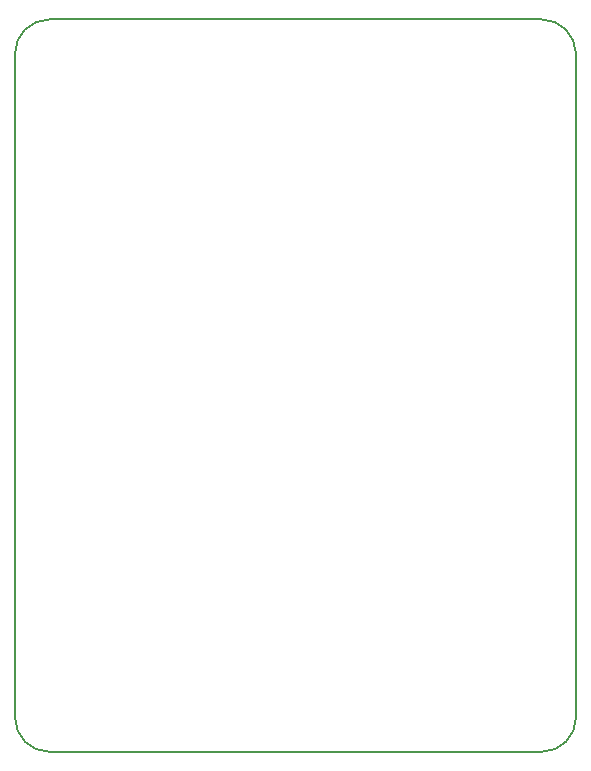
<source format=gbr>
G04 (created by PCBNEW (2013-may-18)-stable) date Ne 10. listopad 2013, 11:38:45 CET*
%MOIN*%
G04 Gerber Fmt 3.4, Leading zero omitted, Abs format*
%FSLAX34Y34*%
G01*
G70*
G90*
G04 APERTURE LIST*
%ADD10C,0.00590551*%
G04 APERTURE END LIST*
G54D10*
X-196Y944D02*
G75*
G03X944Y-196I1141J0D01*
G74*
G01*
X944Y24212D02*
X17362Y24212D01*
X-196Y944D02*
X-196Y23070D01*
X17362Y-196D02*
X944Y-196D01*
X18503Y23070D02*
X18503Y944D01*
X17362Y-196D02*
G75*
G03X18503Y944I0J1141D01*
G74*
G01*
X944Y24212D02*
G75*
G03X-196Y23070I0J-1141D01*
G74*
G01*
X18503Y23070D02*
G75*
G03X17362Y24212I-1141J0D01*
G74*
G01*
M02*

</source>
